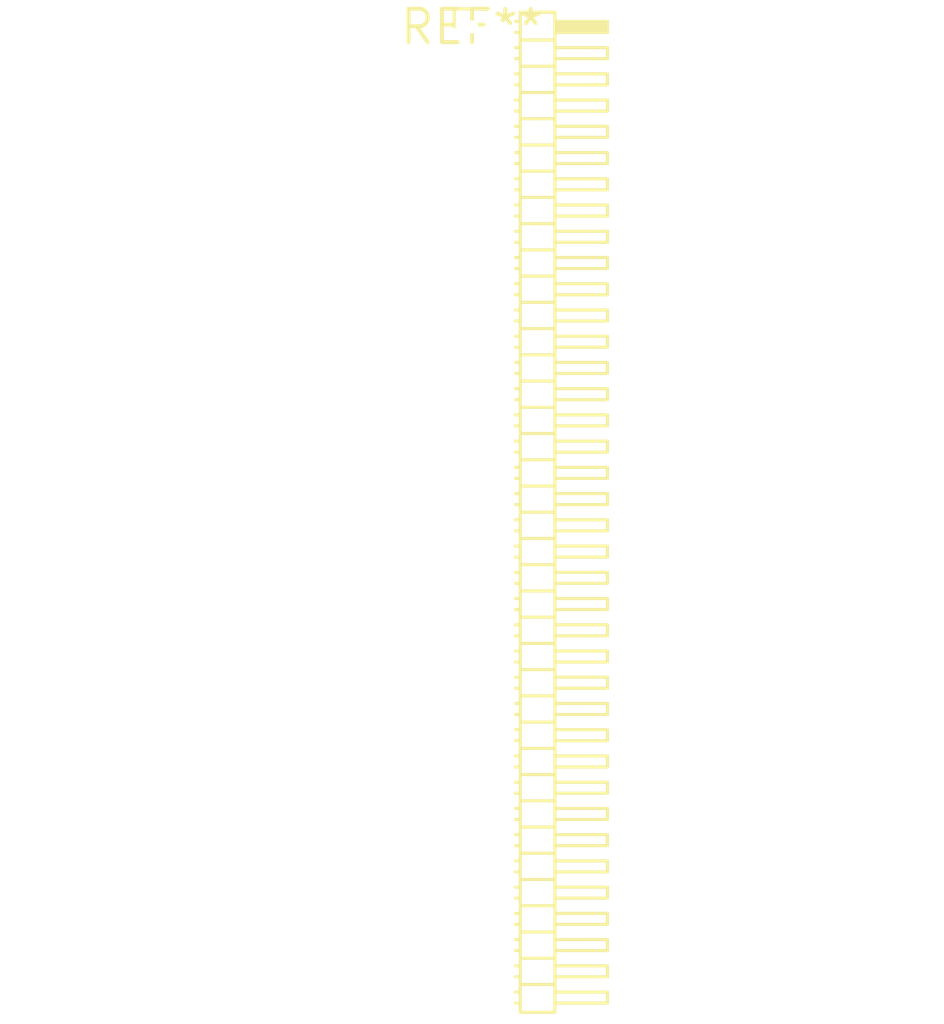
<source format=kicad_pcb>
(kicad_pcb (version 20240108) (generator pcbnew)
  (layers (0 "F.Cu" signal) (31 "B.Cu" signal) (34 "B.Paste" user) (35 "F.Paste" user) (36 "B.SilkS" user "B.Silkscreen") (37 "F.SilkS" user "F.Silkscreen") (38 "B.Mask" user) (39 "F.Mask" user) (44 "Edge.Cuts" user))
  (net 0 "")
  (footprint "PinHeader_2x38_P1.00mm_Horizontal" (layer "F.Cu") (at 0 0)
    (property "Reference" "REF**")
    (property "Value" "PinHeader_2x38_P1.00mm_Horizontal")
    (fp_line (start -0.685 -0.685) (end 0 -0.685) (layer "F.SilkS") (stroke (width 0.12)))
    (fp_line (start -0.685 0) (end -0.685 -0.685) (layer "F.SilkS") (stroke (width 0.12)))
    (fp_line (start 1.652016 -0.21) (end 1.84 -0.21) (layer "F.SilkS") (stroke (width 0.12)))
    (fp_line (start 1.652016 0.21) (end 1.84 0.21) (layer "F.SilkS") (stroke (width 0.12)))
    (fp_line (start 1.652016 0.79) (end 1.84 0.79) (layer "F.SilkS") (stroke (width 0.12)))
    (fp_line (start 1.652016 1.21) (end 1.84 1.21) (layer "F.SilkS") (stroke (width 0.12)))
    (fp_line (start 1.652016 1.79) (end 1.84 1.79) (layer "F.SilkS") (stroke (width 0.12)))
    (fp_line (start 1.652016 2.21) (end 1.84 2.21) (layer "F.SilkS") (stroke (width 0.12)))
    (fp_line (start 1.652016 2.79) (end 1.84 2.79) (layer "F.SilkS") (stroke (width 0.12)))
    (fp_line (start 1.652016 3.21) (end 1.84 3.21) (layer "F.SilkS") (stroke (width 0.12)))
    (fp_line (start 1.652016 3.79) (end 1.84 3.79) (layer "F.SilkS") (stroke (width 0.12)))
    (fp_line (start 1.652016 4.21) (end 1.84 4.21) (layer "F.SilkS") (stroke (width 0.12)))
    (fp_line (start 1.652016 4.79) (end 1.84 4.79) (layer "F.SilkS") (stroke (width 0.12)))
    (fp_line (start 1.652016 5.21) (end 1.84 5.21) (layer "F.SilkS") (stroke (width 0.12)))
    (fp_line (start 1.652016 5.79) (end 1.84 5.79) (layer "F.SilkS") (stroke (width 0.12)))
    (fp_line (start 1.652016 6.21) (end 1.84 6.21) (layer "F.SilkS") (stroke (width 0.12)))
    (fp_line (start 1.652016 6.79) (end 1.84 6.79) (layer "F.SilkS") (stroke (width 0.12)))
    (fp_line (start 1.652016 7.21) (end 1.84 7.21) (layer "F.SilkS") (stroke (width 0.12)))
    (fp_line (start 1.652016 7.79) (end 1.84 7.79) (layer "F.SilkS") (stroke (width 0.12)))
    (fp_line (start 1.652016 8.21) (end 1.84 8.21) (layer "F.SilkS") (stroke (width 0.12)))
    (fp_line (start 1.652016 8.79) (end 1.84 8.79) (layer "F.SilkS") (stroke (width 0.12)))
    (fp_line (start 1.652016 9.21) (end 1.84 9.21) (layer "F.SilkS") (stroke (width 0.12)))
    (fp_line (start 1.652016 9.79) (end 1.84 9.79) (layer "F.SilkS") (stroke (width 0.12)))
    (fp_line (start 1.652016 10.21) (end 1.84 10.21) (layer "F.SilkS") (stroke (width 0.12)))
    (fp_line (start 1.652016 10.79) (end 1.84 10.79) (layer "F.SilkS") (stroke (width 0.12)))
    (fp_line (start 1.652016 11.21) (end 1.84 11.21) (layer "F.SilkS") (stroke (width 0.12)))
    (fp_line (start 1.652016 11.79) (end 1.84 11.79) (layer "F.SilkS") (stroke (width 0.12)))
    (fp_line (start 1.652016 12.21) (end 1.84 12.21) (layer "F.SilkS") (stroke (width 0.12)))
    (fp_line (start 1.652016 12.79) (end 1.84 12.79) (layer "F.SilkS") (stroke (width 0.12)))
    (fp_line (start 1.652016 13.21) (end 1.84 13.21) (layer "F.SilkS") (stroke (width 0.12)))
    (fp_line (start 1.652016 13.79) (end 1.84 13.79) (layer "F.SilkS") (stroke (width 0.12)))
    (fp_line (start 1.652016 14.21) (end 1.84 14.21) (layer "F.SilkS") (stroke (width 0.12)))
    (fp_line (start 1.652016 14.79) (end 1.84 14.79) (layer "F.SilkS") (stroke (width 0.12)))
    (fp_line (start 1.652016 15.21) (end 1.84 15.21) (layer "F.SilkS") (stroke (width 0.12)))
    (fp_line (start 1.652016 15.79) (end 1.84 15.79) (layer "F.SilkS") (stroke (width 0.12)))
    (fp_line (start 1.652016 16.21) (end 1.84 16.21) (layer "F.SilkS") (stroke (width 0.12)))
    (fp_line (start 1.652016 16.79) (end 1.84 16.79) (layer "F.SilkS") (stroke (width 0.12)))
    (fp_line (start 1.652016 17.21) (end 1.84 17.21) (layer "F.SilkS") (stroke (width 0.12)))
    (fp_line (start 1.652016 17.79) (end 1.84 17.79) (layer "F.SilkS") (stroke (width 0.12)))
    (fp_line (start 1.652016 18.21) (end 1.84 18.21) (layer "F.SilkS") (stroke (width 0.12)))
    (fp_line (start 1.652016 18.79) (end 1.84 18.79) (layer "F.SilkS") (stroke (width 0.12)))
    (fp_line (start 1.652016 19.21) (end 1.84 19.21) (layer "F.SilkS") (stroke (width 0.12)))
    (fp_line (start 1.652016 19.79) (end 1.84 19.79) (layer "F.SilkS") (stroke (width 0.12)))
    (fp_line (start 1.652016 20.21) (end 1.84 20.21) (layer "F.SilkS") (stroke (width 0.12)))
    (fp_line (start 1.652016 20.79) (end 1.84 20.79) (layer "F.SilkS") (stroke (width 0.12)))
    (fp_line (start 1.652016 21.21) (end 1.84 21.21) (layer "F.SilkS") (stroke (width 0.12)))
    (fp_line (start 1.652016 21.79) (end 1.84 21.79) (layer "F.SilkS") (stroke (width 0.12)))
    (fp_line (start 1.652016 22.21) (end 1.84 22.21) (layer "F.SilkS") (stroke (width 0.12)))
    (fp_line (start 1.652016 22.79) (end 1.84 22.79) (layer "F.SilkS") (stroke (width 0.12)))
    (fp_line (start 1.652016 23.21) (end 1.84 23.21) (layer "F.SilkS") (stroke (width 0.12)))
    (fp_line (start 1.652016 23.79) (end 1.84 23.79) (layer "F.SilkS") (stroke (width 0.12)))
    (fp_line (start 1.652016 24.21) (end 1.84 24.21) (layer "F.SilkS") (stroke (width 0.12)))
    (fp_line (start 1.652016 24.79) (end 1.84 24.79) (layer "F.SilkS") (stroke (width 0.12)))
    (fp_line (start 1.652016 25.21) (end 1.84 25.21) (layer "F.SilkS") (stroke (width 0.12)))
    (fp_line (start 1.652016 25.79) (end 1.84 25.79) (layer "F.SilkS") (stroke (width 0.12)))
    (fp_line (start 1.652016 26.21) (end 1.84 26.21) (layer "F.SilkS") (stroke (width 0.12)))
    (fp_line (start 1.652016 26.79) (end 1.84 26.79) (layer "F.SilkS") (stroke (width 0.12)))
    (fp_line (start 1.652016 27.21) (end 1.84 27.21) (layer "F.SilkS") (stroke (width 0.12)))
    (fp_line (start 1.652016 27.79) (end 1.84 27.79) (layer "F.SilkS") (stroke (width 0.12)))
    (fp_line (start 1.652016 28.21) (end 1.84 28.21) (layer "F.SilkS") (stroke (width 0.12)))
    (fp_line (start 1.652016 28.79) (end 1.84 28.79) (layer "F.SilkS") (stroke (width 0.12)))
    (fp_line (start 1.652016 29.21) (end 1.84 29.21) (layer "F.SilkS") (stroke (width 0.12)))
    (fp_line (start 1.652016 29.79) (end 1.84 29.79) (layer "F.SilkS") (stroke (width 0.12)))
    (fp_line (start 1.652016 30.21) (end 1.84 30.21) (layer "F.SilkS") (stroke (width 0.12)))
    (fp_line (start 1.652016 30.79) (end 1.84 30.79) (layer "F.SilkS") (stroke (width 0.12)))
    (fp_line (start 1.652016 31.21) (end 1.84 31.21) (layer "F.SilkS") (stroke (width 0.12)))
    (fp_line (start 1.652016 31.79) (end 1.84 31.79) (layer "F.SilkS") (stroke (width 0.12)))
    (fp_line (start 1.652016 32.21) (end 1.84 32.21) (layer "F.SilkS") (stroke (width 0.12)))
    (fp_line (start 1.652016 32.79) (end 1.84 32.79) (layer "F.SilkS") (stroke (width 0.12)))
    (fp_line (start 1.652016 33.21) (end 1.84 33.21) (layer "F.SilkS") (stroke (width 0.12)))
    (fp_line (start 1.652016 33.79) (end 1.84 33.79) (layer "F.SilkS") (stroke (width 0.12)))
    (fp_line (start 1.652016 34.21) (end 1.84 34.21) (layer "F.SilkS") (stroke (width 0.12)))
    (fp_line (start 1.652016 34.79) (end 1.84 34.79) (layer "F.SilkS") (stroke (width 0.12)))
    (fp_line (start 1.652016 35.21) (end 1.84 35.21) (layer "F.SilkS") (stroke (width 0.12)))
    (fp_line (start 1.652016 35.79) (end 1.84 35.79) (layer "F.SilkS") (stroke (width 0.12)))
    (fp_line (start 1.652016 36.21) (end 1.84 36.21) (layer "F.SilkS") (stroke (width 0.12)))
    (fp_line (start 1.652016 36.79) (end 1.84 36.79) (layer "F.SilkS") (stroke (width 0.12)))
    (fp_line (start 1.652016 37.21) (end 1.84 37.21) (layer "F.SilkS") (stroke (width 0.12)))
    (fp_line (start 1.84 -0.56) (end 1.84 37.56) (layer "F.SilkS") (stroke (width 0.12)))
    (fp_line (start 1.84 0.5) (end 3.16 0.5) (layer "F.SilkS") (stroke (width 0.12)))
    (fp_line (start 1.84 1.5) (end 3.16 1.5) (layer "F.SilkS") (stroke (width 0.12)))
    (fp_line (start 1.84 2.5) (end 3.16 2.5) (layer "F.SilkS") (stroke (width 0.12)))
    (fp_line (start 1.84 3.5) (end 3.16 3.5) (layer "F.SilkS") (stroke (width 0.12)))
    (fp_line (start 1.84 4.5) (end 3.16 4.5) (layer "F.SilkS") (stroke (width 0.12)))
    (fp_line (start 1.84 5.5) (end 3.16 5.5) (layer "F.SilkS") (stroke (width 0.12)))
    (fp_line (start 1.84 6.5) (end 3.16 6.5) (layer "F.SilkS") (stroke (width 0.12)))
    (fp_line (start 1.84 7.5) (end 3.16 7.5) (layer "F.SilkS") (stroke (width 0.12)))
    (fp_line (start 1.84 8.5) (end 3.16 8.5) (layer "F.SilkS") (stroke (width 0.12)))
    (fp_line (start 1.84 9.5) (end 3.16 9.5) (layer "F.SilkS") (stroke (width 0.12)))
    (fp_line (start 1.84 10.5) (end 3.16 10.5) (layer "F.SilkS") (stroke (width 0.12)))
    (fp_line (start 1.84 11.5) (end 3.16 11.5) (layer "F.SilkS") (stroke (width 0.12)))
    (fp_line (start 1.84 12.5) (end 3.16 12.5) (layer "F.SilkS") (stroke (width 0.12)))
    (fp_line (start 1.84 13.5) (end 3.16 13.5) (layer "F.SilkS") (stroke (width 0.12)))
    (fp_line (start 1.84 14.5) (end 3.16 14.5) (layer "F.SilkS") (stroke (width 0.12)))
    (fp_line (start 1.84 15.5) (end 3.16 15.5) (layer "F.SilkS") (stroke (width 0.12)))
    (fp_line (start 1.84 16.5) (end 3.16 16.5) (layer "F.SilkS") (stroke (width 0.12)))
    (fp_line (start 1.84 17.5) (end 3.16 17.5) (layer "F.SilkS") (stroke (width 0.12)))
    (fp_line (start 1.84 18.5) (end 3.16 18.5) (layer "F.SilkS") (stroke (width 0.12)))
    (fp_line (start 1.84 19.5) (end 3.16 19.5) (layer "F.SilkS") (stroke (width 0.12)))
    (fp_line (start 1.84 20.5) (end 3.16 20.5) (layer "F.SilkS") (stroke (width 0.12)))
    (fp_line (start 1.84 21.5) (end 3.16 21.5) (layer "F.SilkS") (stroke (width 0.12)))
    (fp_line (start 1.84 22.5) (end 3.16 22.5) (layer "F.SilkS") (stroke (width 0.12)))
    (fp_line (start 1.84 23.5) (end 3.16 23.5) (layer "F.SilkS") (stroke (width 0.12)))
    (fp_line (start 1.84 24.5) (end 3.16 24.5) (layer "F.SilkS") (stroke (width 0.12)))
    (fp_line (start 1.84 25.5) (end 3.16 25.5) (layer "F.SilkS") (stroke (width 0.12)))
    (fp_line (start 1.84 26.5) (end 3.16 26.5) (layer "F.SilkS") (stroke (width 0.12)))
    (fp_line (start 1.84 27.5) (end 3.16 27.5) (layer "F.SilkS") (stroke (width 0.12)))
    (fp_line (start 1.84 28.5) (end 3.16 28.5) (layer "F.SilkS") (stroke (width 0.12)))
    (fp_line (start 1.84 29.5) (end 3.16 29.5) (layer "F.SilkS") (stroke (width 0.12)))
    (fp_line (start 1.84 30.5) (end 3.16 30.5) (layer "F.SilkS") (stroke (width 0.12)))
    (fp_line (start 1.84 31.5) (end 3.16 31.5) (layer "F.SilkS") (stroke (width 0.12)))
    (fp_line (start 1.84 32.5) (end 3.16 32.5) (layer "F.SilkS") (stroke (width 0.12)))
    (fp_line (start 1.84 33.5) (end 3.16 33.5) (layer "F.SilkS") (stroke (width 0.12)))
    (fp_line (start 1.84 34.5) (end 3.16 34.5) (layer "F.SilkS") (stroke (width 0.12)))
    (fp_line (start 1.84 35.5) (end 3.16 35.5) (layer "F.SilkS") (stroke (width 0.12)))
    (fp_line (start 1.84 36.5) (end 3.16 36.5) (layer "F.SilkS") (stroke (width 0.12)))
    (fp_line (start 1.84 37.56) (end 3.16 37.56) (layer "F.SilkS") (stroke (width 0.12)))
    (fp_line (start 3.16 -0.56) (end 1.84 -0.56) (layer "F.SilkS") (stroke (width 0.12)))
    (fp_line (start 3.16 -0.21) (end 5.16 -0.21) (layer "F.SilkS") (stroke (width 0.12)))
    (fp_line (start 3.16 -0.15) (end 5.16 -0.15) (layer "F.SilkS") (stroke (width 0.12)))
    (fp_line (start 3.16 -0.03) (end 5.16 -0.03) (layer "F.SilkS") (stroke (width 0.12)))
    (fp_line (start 3.16 0.09) (end 5.16 0.09) (layer "F.SilkS") (stroke (width 0.12)))
    (fp_line (start 3.16 0.79) (end 5.16 0.79) (layer "F.SilkS") (stroke (width 0.12)))
    (fp_line (start 3.16 1.79) (end 5.16 1.79) (layer "F.SilkS") (stroke (width 0.12)))
    (fp_line (start 3.16 2.79) (end 5.16 2.79) (layer "F.SilkS") (stroke (width 0.12)))
    (fp_line (start 3.16 3.79) (end 5.16 3.79) (layer "F.SilkS") (stroke (width 0.12)))
    (fp_line (start 3.16 4.79) (end 5.16 4.79) (layer "F.SilkS") (stroke (width 0.12)))
    (fp_line (start 3.16 5.79) (end 5.16 5.79) (layer "F.SilkS") (stroke (width 0.12)))
    (fp_line (start 3.16 6.79) (end 5.16 6.79) (layer "F.SilkS") (stroke (width 0.12)))
    (fp_line (start 3.16 7.79) (end 5.16 7.79) (layer "F.SilkS") (stroke (width 0.12)))
    (fp_line (start 3.16 8.79) (end 5.16 8.79) (layer "F.SilkS") (stroke (width 0.12)))
    (fp_line (start 3.16 9.79) (end 5.16 9.79) (layer "F.SilkS") (stroke (width 0.12)))
    (fp_line (start 3.16 10.79) (end 5.16 10.79) (layer "F.SilkS") (stroke (width 0.12)))
    (fp_line (start 3.16 11.79) (end 5.16 11.79) (layer "F.SilkS") (stroke (width 0.12)))
    (fp_line (start 3.16 12.79) (end 5.16 12.79) (layer "F.SilkS") (stroke (width 0.12)))
    (fp_line (start 3.16 13.79) (end 5.16 13.79) (layer "F.SilkS") (stroke (width 0.12)))
    (fp_line (start 3.16 14.79) (end 5.16 14.79) (layer "F.SilkS") (stroke (width 0.12)))
    (fp_line (start 3.16 15.79) (end 5.16 15.79) (layer "F.SilkS") (stroke (width 0.12)))
    (fp_line (start 3.16 16.79) (end 5.16 16.79) (layer "F.SilkS") (stroke (width 0.12)))
    (fp_line (start 3.16 17.79) (end 5.16 17.79) (layer "F.SilkS") (stroke (width 0.12)))
    (fp_line (start 3.16 18.79) (end 5.16 18.79) (layer "F.SilkS") (stroke (width 0.12)))
    (fp_line (start 3.16 19.79) (end 5.16 19.79) (layer "F.SilkS") (stroke (width 0.12)))
    (fp_line (start 3.16 20.79) (end 5.16 20.79) (layer "F.SilkS") (stroke (width 0.12)))
    (fp_line (start 3.16 21.79) (end 5.16 21.79) (layer "F.SilkS") (stroke (width 0.12)))
    (fp_line (start 3.16 22.79) (end 5.16 22.79) (layer "F.SilkS") (stroke (width 0.12)))
    (fp_line (start 3.16 23.79) (end 5.16 23.79) (layer "F.SilkS") (stroke (width 0.12)))
    (fp_line (start 3.16 24.79) (end 5.16 24.79) (layer "F.SilkS") (stroke (width 0.12)))
    (fp_line (start 3.16 25.79) (end 5.16 25.79) (layer "F.SilkS") (stroke (width 0.12)))
    (fp_line (start 3.16 26.79) (end 5.16 26.79) (layer "F.SilkS") (stroke (width 0.12)))
    (fp_line (start 3.16 27.79) (end 5.16 27.79) (layer "F.SilkS") (stroke (width 0.12)))
    (fp_line (start 3.16 28.79) (end 5.16 28.79) (layer "F.SilkS") (stroke (width 0.12)))
    (fp_line (start 3.16 29.79) (end 5.16 29.79) (layer "F.SilkS") (stroke (width 0.12)))
    (fp_line (start 3.16 30.79) (end 5.16 30.79) (layer "F.SilkS") (stroke (width 0.12)))
    (fp_line (start 3.16 31.79) (end 5.16 31.79) (layer "F.SilkS") (stroke (width 0.12)))
    (fp_line (start 3.16 32.79) (end 5.16 32.79) (layer "F.SilkS") (stroke (width 0.12)))
    (fp_line (start 3.16 33.79) (end 5.16 33.79) (layer "F.SilkS") (stroke (width 0.12)))
    (fp_line (start 3.16 34.79) (end 5.16 34.79) (layer "F.SilkS") (stroke (width 0.12)))
    (fp_line (start 3.16 35.79) (end 5.16 35.79) (layer "F.SilkS") (stroke (width 0.12)))
    (fp_line (start 3.16 36.79) (end 5.16 36.79) (layer "F.SilkS") (stroke (width 0.12)))
    (fp_line (start 3.16 37.56) (end 3.16 -0.56) (layer "F.SilkS") (stroke (width 0.12)))
    (fp_line (start 5.16 -0.21) (end 5.16 0.21) (layer "F.SilkS") (stroke (width 0.12)))
    (fp_line (start 5.16 0.21) (end 3.16 0.21) (layer "F.SilkS") (stroke (width 0.12)))
    (fp_line (start 5.16 0.79) (end 5.16 1.21) (layer "F.SilkS") (stroke (width 0.12)))
    (fp_line (start 5.16 1.21) (end 3.16 1.21) (layer "F.SilkS") (stroke (width 0.12)))
    (fp_line (start 5.16 1.79) (end 5.16 2.21) (layer "F.SilkS") (stroke (width 0.12)))
    (fp_line (start 5.16 2.21) (end 3.16 2.21) (layer "F.SilkS") (stroke (width 0.12)))
    (fp_line (start 5.16 2.79) (end 5.16 3.21) (layer "F.SilkS") (stroke (width 0.12)))
    (fp_line (start 5.16 3.21) (end 3.16 3.21) (layer "F.SilkS") (stroke (width 0.12)))
    (fp_line (start 5.16 3.79) (end 5.16 4.21) (layer "F.SilkS") (stroke (width 0.12)))
    (fp_line (start 5.16 4.21) (end 3.16 4.21) (layer "F.SilkS") (stroke (width 0.12)))
    (fp_line (start 5.16 4.79) (end 5.16 5.21) (layer "F.SilkS") (stroke (width 0.12)))
    (fp_line (start 5.16 5.21) (end 3.16 5.21) (layer "F.SilkS") (stroke (width 0.12)))
    (fp_line (start 5.16 5.79) (end 5.16 6.21) (layer "F.SilkS") (stroke (width 0.12)))
    (fp_line (start 5.16 6.21) (end 3.16 6.21) (layer "F.SilkS") (stroke (width 0.12)))
    (fp_line (start 5.16 6.79) (end 5.16 7.21) (layer "F.SilkS") (stroke (width 0.12)))
    (fp_line (start 5.16 7.21) (end 3.16 7.21) (layer "F.SilkS") (stroke (width 0.12)))
    (fp_line (start 5.16 7.79) (end 5.16 8.21) (layer "F.SilkS") (stroke (width 0.12)))
    (fp_line (start 5.16 8.21) (end 3.16 8.21) (layer "F.SilkS") (stroke (width 0.12)))
    (fp_line (start 5.16 8.79) (end 5.16 9.21) (layer "F.SilkS") (stroke (width 0.12)))
    (fp_line (start 5.16 9.21) (end 3.16 9.21) (layer "F.SilkS") (stroke (width 0.12)))
    (fp_line (start 5.16 9.79) (end 5.16 10.21) (layer "F.SilkS") (stroke (width 0.12)))
    (fp_line (start 5.16 10.21) (end 3.16 10.21) (layer "F.SilkS") (stroke (width 0.12)))
    (fp_line (start 5.16 10.79) (end 5.16 11.21) (layer "F.SilkS") (stroke (width 0.12)))
    (fp_line (start 5.16 11.21) (end 3.16 11.21) (layer "F.SilkS") (stroke (width 0.12)))
    (fp_line (start 5.16 11.79) (end 5.16 12.21) (layer "F.SilkS") (stroke (width 0.12)))
    (fp_line (start 5.16 12.21) (end 3.16 12.21) (layer "F.SilkS") (stroke (width 0.12)))
    (fp_line (start 5.16 12.79) (end 5.16 13.21) (layer "F.SilkS") (stroke (width 0.12)))
    (fp_line (start 5.16 13.21) (end 3.16 13.21) (layer "F.SilkS") (stroke (width 0.12)))
    (fp_line (start 5.16 13.79) (end 5.16 14.21) (layer "F.SilkS") (stroke (width 0.12)))
    (fp_line (start 5.16 14.21) (end 3.16 14.21) (layer "F.SilkS") (stroke (width 0.12)))
    (fp_line (start 5.16 14.79) (end 5.16 15.21) (layer "F.SilkS") (stroke (width 0.12)))
    (fp_line (start 5.16 15.21) (end 3.16 15.21) (layer "F.SilkS") (stroke (width 0.12)))
    (fp_line (start 5.16 15.79) (end 5.16 16.21) (layer "F.SilkS") (stroke (width 0.12)))
    (fp_line (start 5.16 16.21) (end 3.16 16.21) (layer "F.SilkS") (stroke (width 0.12)))
    (fp_line (start 5.16 16.79) (end 5.16 17.21) (layer "F.SilkS") (stroke (width 0.12)))
    (fp_line (start 5.16 17.21) (end 3.16 17.21) (layer "F.SilkS") (stroke (width 0.12)))
    (fp_line (start 5.16 17.79) (end 5.16 18.21) (layer "F.SilkS") (stroke (width 0.12)))
    (fp_line (start 5.16 18.21) (end 3.16 18.21) (layer "F.SilkS") (stroke (width 0.12)))
    (fp_line (start 5.16 18.79) (end 5.16 19.21) (layer "F.SilkS") (stroke (width 0.12)))
    (fp_line (start 5.16 19.21) (end 3.16 19.21) (layer "F.SilkS") (stroke (width 0.12)))
    (fp_line (start 5.16 19.79) (end 5.16 20.21) (layer "F.SilkS") (stroke (width 0.12)))
    (fp_line (start 5.16 20.21) (end 3.16 20.21) (layer "F.SilkS") (stroke (width 0.12)))
    (fp_line (start 5.16 20.79) (end 5.16 21.21) (layer "F.SilkS") (stroke (width 0.12)))
    (fp_line (start 5.16 21.21) (end 3.16 21.21) (layer "F.SilkS") (stroke (width 0.12)))
    (fp_line (start 5.16 21.79) (end 5.16 22.21) (layer "F.SilkS") (stroke (width 0.12)))
    (fp_line (start 5.16 22.21) (end 3.16 22.21) (layer "F.SilkS") (stroke (width 0.12)))
    (fp_line (start 5.16 22.79) (end 5.16 23.21) (layer "F.SilkS") (stroke (width 0.12)))
    (fp_line (start 5.16 23.21) (end 3.16 23.21) (layer "F.SilkS") (stroke (width 0.12)))
    (fp_line (start 5.16 23.79) (end 5.16 24.21) (layer "F.SilkS") (stroke (width 0.12)))
    (fp_line (start 5.16 24.21) (end 3.16 24.21) (layer "F.SilkS") (stroke (width 0.12)))
    (fp_line (start 5.16 24.79) (end 5.16 25.21) (layer "F.SilkS") (stroke (width 0.12)))
    (fp_line (start 5.16 25.21) (end 3.16 25.21) (layer "F.SilkS") (stroke (width 0.12)))
    (fp_line (start 5.16 25.79) (end 5.16 26.21) (layer "F.SilkS") (stroke (width 0.12)))
    (fp_line (start 5.16 26.21) (end 3.16 26.21) (layer "F.SilkS") (stroke (width 0.12)))
    (fp_line (start 5.16 26.79) (end 5.16 27.21) (layer "F.SilkS") (stroke (width 0.12)))
    (fp_line (start 5.16 27.21) (end 3.16 27.21) (layer "F.SilkS") (stroke (width 0.12)))
    (fp_line (start 5.16 27.79) (end 5.16 28.21) (layer "F.SilkS") (stroke (width 0.12)))
    (fp_line (start 5.16 28.21) (end 3.16 28.21) (layer "F.SilkS") (stroke (width 0.12)))
    (fp_line (start 5.16 28.79) (end 5.16 29.21) (layer "F.SilkS") (stroke (width 0.12)))
    (fp_line (start 5.16 29.21) (end 3.16 29.21) (layer "F.SilkS") (stroke (width 0.12)))
    (fp_line (start 5.16 29.79) (end 5.16 30.21) (layer "F.SilkS") (stroke (width 0.12)))
    (fp_line (start 5.16 30.21) (end 3.16 30.21) (layer "F.SilkS") (stroke (width 0.12)))
    (fp_line (start 5.16 30.79) (end 5.16 31.21) (layer "F.SilkS") (stroke (width 0.12)))
    (fp_line (start 5.16 31.21) (end 3.16 31.21) (layer "F.SilkS") (stroke (width 0.12)))
    (fp_line (start 5.16 31.79) (end 5.16 32.21) (layer "F.SilkS") (stroke (width 0.12)))
    (fp_line (start 5.16 32.21) (end 3.16 32.21) (layer "F.SilkS") (stroke (width 0.12)))
    (fp_line (start 5.16 32.79) (end 5.16 33.21) (layer "F.SilkS") (stroke (width 0.12)))
    (fp_line (start 5.16 33.21) (end 3.16 33.21) (layer "F.SilkS") (stroke (width 0.12)))
    (fp_line (start 5.16 33.79) (end 5.16 34.21) (layer "F.SilkS") (stroke (width 0.12)))
    (fp_line (start 5.16 34.21) (end 3.16 34.21) (layer "F.SilkS") (stroke (width 0.12)))
    (fp_line (start 5.16 34.79) (end 5.16 35.21) (layer "F.SilkS") (stroke (width 0.12)))
    (fp_line (start 5.16 35.21) (end 3.16 35.21) (layer "F.SilkS") (stroke (width 0.12)))
    (fp_line (start 5.16 35.79) (end 5.16 36.21) (layer "F.SilkS") (stroke (width 0.12)))
    (fp_line (start 5.16 36.21) (end 3.16 36.21) (layer "F.SilkS") (stroke (width 0.12)))
    (fp_line (start 5.16 36.79) (end 5.16 37.21) (layer "F.SilkS") (stroke (width 0.12)))
    (fp_line (start 5.16 37.21) (end 3.16 37.21) (layer "F.SilkS") (stroke (width 0.12)))
    (pad "1" thru_hole rect (at 0 0) (size 0.85 0.85) (drill 0.5) (layers *.Cu *.Mask) (remove_unused_layers))
    (pad "2" thru_hole oval (at 1 0) (size 0.85 0.85) (drill 0.5) (layers *.Cu *.Mask) (remove_unused_layers))
    (pad "3" thru_hole oval (at 0 1) (size 0.85 0.85) (drill 0.5) (layers *.Cu *.Mask) (remove_unused_layers))
    (pad "4" thru_hole oval (at 1 1) (size 0.85 0.85) (drill 0.5) (layers *.Cu *.Mask) (remove_unused_layers))
    (pad "5" thru_hole oval (at 0 2) (size 0.85 0.85) (drill 0.5) (layers *.Cu *.Mask) (remove_unused_layers))
    (pad "6" thru_hole oval (at 1 2) (size 0.85 0.85) (drill 0.5) (layers *.Cu *.Mask) (remove_unused_layers))
    (pad "7" thru_hole oval (at 0 3) (size 0.85 0.85) (drill 0.5) (layers *.Cu *.Mask) (remove_unused_layers))
    (pad "8" thru_hole oval (at 1 3) (size 0.85 0.85) (drill 0.5) (layers *.Cu *.Mask) (remove_unused_layers))
    (pad "9" thru_hole oval (at 0 4) (size 0.85 0.85) (drill 0.5) (layers *.Cu *.Mask) (remove_unused_layers))
    (pad "10" thru_hole oval (at 1 4) (size 0.85 0.85) (drill 0.5) (layers *.Cu *.Mask) (remove_unused_layers))
    (pad "11" thru_hole oval (at 0 5) (size 0.85 0.85) (drill 0.5) (layers *.Cu *.Mask) (remove_unused_layers))
    (pad "12" thru_hole oval (at 1 5) (size 0.85 0.85) (drill 0.5) (layers *.Cu *.Mask) (remove_unused_layers))
    (pad "13" thru_hole oval (at 0 6) (size 0.85 0.85) (drill 0.5) (layers *.Cu *.Mask) (remove_unused_layers))
    (pad "14" thru_hole oval (at 1 6) (size 0.85 0.85) (drill 0.5) (layers *.Cu *.Mask) (remove_unused_layers))
    (pad "15" thru_hole oval (at 0 7) (size 0.85 0.85) (drill 0.5) (layers *.Cu *.Mask) (remove_unused_layers))
    (pad "16" thru_hole oval (at 1 7) (size 0.85 0.85) (drill 0.5) (layers *.Cu *.Mask) (remove_unused_layers))
    (pad "17" thru_hole oval (at 0 8) (size 0.85 0.85) (drill 0.5) (layers *.Cu *.Mask) (remove_unused_layers))
    (pad "18" thru_hole oval (at 1 8) (size 0.85 0.85) (drill 0.5) (layers *.Cu *.Mask) (remove_unused_layers))
    (pad "19" thru_hole oval (at 0 9) (size 0.85 0.85) (drill 0.5) (layers *.Cu *.Mask) (remove_unused_layers))
    (pad "20" thru_hole oval (at 1 9) (size 0.85 0.85) (drill 0.5) (layers *.Cu *.Mask) (remove_unused_layers))
    (pad "21" thru_hole oval (at 0 10) (size 0.85 0.85) (drill 0.5) (layers *.Cu *.Mask) (remove_unused_layers))
    (pad "22" thru_hole oval (at 1 10) (size 0.85 0.85) (drill 0.5) (layers *.Cu *.Mask) (remove_unused_layers))
    (pad "23" thru_hole oval (at 0 11) (size 0.85 0.85) (drill 0.5) (layers *.Cu *.Mask) (remove_unused_layers))
    (pad "24" thru_hole oval (at 1 11) (size 0.85 0.85) (drill 0.5) (layers *.Cu *.Mask) (remove_unused_layers))
    (pad "25" thru_hole oval (at 0 12) (size 0.85 0.85) (drill 0.5) (layers *.Cu *.Mask) (remove_unused_layers))
    (pad "26" thru_hole oval (at 1 12) (size 0.85 0.85) (drill 0.5) (layers *.Cu *.Mask) (remove_unused_layers))
    (pad "27" thru_hole oval (at 0 13) (size 0.85 0.85) (drill 0.5) (layers *.Cu *.Mask) (remove_unused_layers))
    (pad "28" thru_hole oval (at 1 13) (size 0.85 0.85) (drill 0.5) (layers *.Cu *.Mask) (remove_unused_layers))
    (pad "29" thru_hole oval (at 0 14) (size 0.85 0.85) (drill 0.5) (layers *.Cu *.Mask) (remove_unused_layers))
    (pad "30" thru_hole oval (at 1 14) (size 0.85 0.85) (drill 0.5) (layers *.Cu *.Mask) (remove_unused_layers))
    (pad "31" thru_hole oval (at 0 15) (size 0.85 0.85) (drill 0.5) (layers *.Cu *.Mask) (remove_unused_layers))
    (pad "32" thru_hole oval (at 1 15) (size 0.85 0.85) (drill 0.5) (layers *.Cu *.Mask) (remove_unused_layers))
    (pad "33" thru_hole oval (at 0 16) (size 0.85 0.85) (drill 0.5) (layers *.Cu *.Mask) (remove_unused_layers))
    (pad "34" thru_hole oval (at 1 16) (size 0.85 0.85) (drill 0.5) (layers *.Cu *.Mask) (remove_unused_layers))
    (pad "35" thru_hole oval (at 0 17) (size 0.85 0.85) (drill 0.5) (layers *.Cu *.Mask) (remove_unused_layers))
    (pad "36" thru_hole oval (at 1 17) (size 0.85 0.85) (drill 0.5) (layers *.Cu *.Mask) (remove_unused_layers))
    (pad "37" thru_hole oval (at 0 18) (size 0.85 0.85) (drill 0.5) (layers *.Cu *.Mask) (remove_unused_layers))
    (pad "38" thru_hole oval (at 1 18) (size 0.85 0.85) (drill 0.5) (layers *.Cu *.Mask) (remove_unused_layers))
    (pad "39" thru_hole oval (at 0 19) (size 0.85 0.85) (drill 0.5) (layers *.Cu *.Mask) (remove_unused_layers))
    (pad "40" thru_hole oval (at 1 19) (size 0.85 0.85) (drill 0.5) (layers *.Cu *.Mask) (remove_unused_layers))
    (pad "41" thru_hole oval (at 0 20) (size 0.85 0.85) (drill 0.5) (layers *.Cu *.Mask) (remove_unused_layers))
    (pad "42" thru_hole oval (at 1 20) (size 0.85 0.85) (drill 0.5) (layers *.Cu *.Mask) (remove_unused_layers))
    (pad "43" thru_hole oval (at 0 21) (size 0.85 0.85) (drill 0.5) (layers *.Cu *.Mask) (remove_unused_layers))
    (pad "44" thru_hole oval (at 1 21) (size 0.85 0.85) (drill 0.5) (layers *.Cu *.Mask) (remove_unused_layers))
    (pad "45" thru_hole oval (at 0 22) (size 0.85 0.85) (drill 0.5) (layers *.Cu *.Mask) (remove_unused_layers))
    (pad "46" thru_hole oval (at 1 22) (size 0.85 0.85) (drill 0.5) (layers *.Cu *.Mask) (remove_unused_layers))
    (pad "47" thru_hole oval (at 0 23) (size 0.85 0.85) (drill 0.5) (layers *.Cu *.Mask) (remove_unused_layers))
    (pad "48" thru_hole oval (at 1 23) (size 0.85 0.85) (drill 0.5) (layers *.Cu *.Mask) (remove_unused_layers))
    (pad "49" thru_hole oval (at 0 24) (size 0.85 0.85) (drill 0.5) (layers *.Cu *.Mask) (remove_unused_layers))
    (pad "50" thru_hole oval (at 1 24) (size 0.85 0.85) (drill 0.5) (layers *.Cu *.Mask) (remove_unused_layers))
    (pad "51" thru_hole oval (at 0 25) (size 0.85 0.85) (drill 0.5) (layers *.Cu *.Mask) (remove_unused_layers))
    (pad "52" thru_hole oval (at 1 25) (size 0.85 0.85) (drill 0.5) (layers *.Cu *.Mask) (remove_unused_layers))
    (pad "53" thru_hole oval (at 0 26) (size 0.85 0.85) (drill 0.5) (layers *.Cu *.Mask) (remove_unused_layers))
    (pad "54" thru_hole oval (at 1 26) (size 0.85 0.85) (drill 0.5) (layers *.Cu *.Mask) (remove_unused_layers))
    (pad "55" thru_hole oval (at 0 27) (size 0.85 0.85) (drill 0.5) (layers *.Cu *.Mask) (remove_unused_layers))
    (pad "56" thru_hole oval (at 1 27) (size 0.85 0.85) (drill 0.5) (layers *.Cu *.Mask) (remove_unused_layers))
    (pad "57" thru_hole oval (at 0 28) (size 0.85 0.85) (drill 0.5) (layers *.Cu *.Mask) (remove_unused_layers))
    (pad "58" thru_hole oval (at 1 28) (size 0.85 0.85) (drill 0.5) (layers *.Cu *.Mask) (remove_unused_layers))
    (pad "59" thru_hole oval (at 0 29) (size 0.85 0.85) (drill 0.5) (layers *.Cu *.Mask) (remove_unused_layers))
    (pad "60" thru_hole oval (at 1 29) (size 0.85 0.85) (drill 0.5) (layers *.Cu *.Mask) (remove_unused_layers))
    (pad "61" thru_hole oval (at 0 30) (size 0.85 0.85) (drill 0.5) (layers *.Cu *.Mask) (remove_unused_layers))
    (pad "62" thru_hole oval (at 1 30) (size 0.85 0.85) (drill 0.5) (layers *.Cu *.Mask) (remove_unused_layers))
    (pad "63" thru_hole oval (at 0 31) (size 0.85 0.85) (drill 0.5) (layers *.Cu *.Mask) (remove_unused_layers))
    (pad "64" thru_hole oval (at 1 31) (size 0.85 0.85) (drill 0.5) (layers *.Cu *.Mask) (remove_unused_layers))
    (pad "65" thru_hole oval (at 0 32) (size 0.85 0.85) (drill 0.5) (layers *.Cu *.Mask) (remove_unused_layers))
    (pad "66" thru_hole oval (at 1 32) (size 0.85 0.85) (drill 0.5) (layers *.Cu *.Mask) (remove_unused_layers))
    (pad "67" thru_hole oval (at 0 33) (size 0.85 0.85) (drill 0.5) (layers *.Cu *.Mask) (remove_unused_layers))
    (pad "68" thru_hole oval (at 1 33) (size 0.85 0.85) (drill 0.5) (layers *.Cu *.Mask) (remove_unused_layers))
    (pad "69" thru_hole oval (at 0 34) (size 0.85 0.85) (drill 0.5) (layers *.Cu *.Mask) (remove_unused_layers))
    (pad "70" thru_hole oval (at 1 34) (size 0.85 0.85) (drill 0.5) (layers *.Cu *.Mask) (remove_unused_layers))
    (pad "71" thru_hole oval (at 0 35) (size 0.85 0.85) (drill 0.5) (layers *.Cu *.Mask) (remove_unused_layers))
    (pad "72" thru_hole oval (at 1 35) (size 0.85 0.85) (drill 0.5) (layers *.Cu *.Mask) (remove_unused_layers))
    (pad "73" thru_hole oval (at 0 36) (size 0.85 0.85) (drill 0.5) (layers *.Cu *.Mask) (remove_unused_layers))
    (pad "74" thru_hole oval (at 1 36) (size 0.85 0.85) (drill 0.5) (layers *.Cu *.Mask) (remove_unused_layers))
    (pad "75" thru_hole oval (at 0 37) (size 0.85 0.85) (drill 0.5) (layers *.Cu *.Mask) (remove_unused_layers))
    (pad "76" thru_hole oval (at 1 37) (size 0.85 0.85) (drill 0.5) (layers *.Cu *.Mask) (remove_unused_layers))
  )
)
</source>
